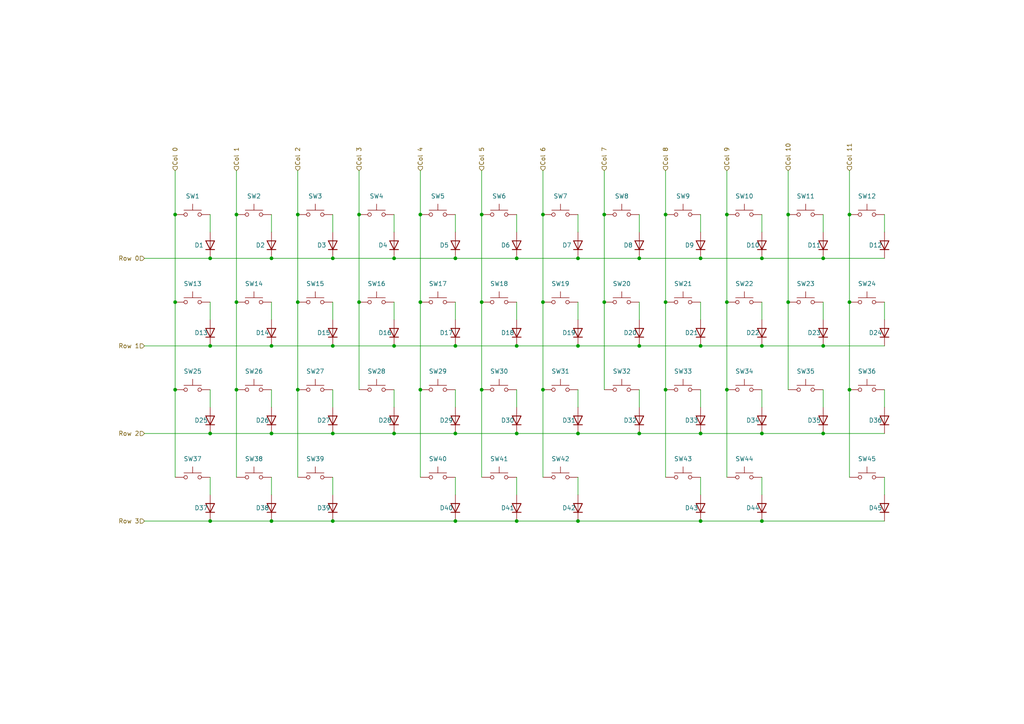
<source format=kicad_sch>
(kicad_sch (version 20250114) (generator "eeschema") (generator_version "9.0")
  (paper "A4")
  (lib_symbols
    (symbol "Device:D" (pin_numbers (hide yes)) (pin_names (offset 1.016) (hide yes))
      (property "Reference" "D" (at 0 2.54 0))
      (property "Value" "D" (at 0 -2.54 0))
      (symbol "D_0_1"
        (polyline (pts (xy -1.27 1.27) (xy -1.27 -1.27)) (stroke (width 0.254)))
        (polyline (pts (xy 1.27 1.27) (xy 1.27 -1.27) (xy -1.27 0) (xy 1.27 1.27)) (stroke (width 0.254)))
        (polyline (pts (xy 1.27 0) (xy -1.27 0)))
      )
      (symbol "D_1_1"
        (pin passive line (at -3.81 0 0) (length 2.54) (name "K") (number "1"))
        (pin passive line (at 3.81 0 180) (length 2.54) (name "A") (number "2"))
      )
    )
    (symbol "Switch:SW_Push" (pin_numbers (hide yes)) (pin_names (offset 1.016) (hide yes))
      (property "Reference" "SW" (at -1.27 6.858 0))
      (property "Value" "SW_Push" (at 0 4.826 0))
      (symbol "SW_Push_0_1"
        (circle (center -2.032 0) (radius 0.508))
        (polyline (pts (xy 0 1.27) (xy 0 3.048)))
        (circle (center 2.032 0) (radius 0.508))
        (polyline (pts (xy 2.54 1.27) (xy -2.54 1.27)))
        (pin passive line (at -5.08 0 0) (length 2.54) (name "1") (number "1"))
        (pin passive line (at 5.08 0 180) (length 2.54) (name "2") (number "2"))
      )
    )
  )
  (junction (at 68.58 113.03))
  (junction (at 50.8 113.03))
  (junction (at 157.48 113.03))
  (junction (at 149.86 100.33))
  (junction (at 203.2 125.73))
  (junction (at 167.64 100.33))
  (junction (at 78.74 151.13))
  (junction (at 238.76 74.93))
  (junction (at 139.7 87.63))
  (junction (at 121.92 87.63))
  (junction (at 132.08 100.33))
  (junction (at 228.6 87.63))
  (junction (at 104.14 62.23))
  (junction (at 167.64 125.73))
  (junction (at 132.08 74.93))
  (junction (at 203.2 74.93))
  (junction (at 78.74 125.73))
  (junction (at 167.64 74.93))
  (junction (at 220.98 100.33))
  (junction (at 185.42 74.93))
  (junction (at 68.58 62.23))
  (junction (at 246.38 113.03))
  (junction (at 139.7 62.23))
  (junction (at 220.98 74.93))
  (junction (at 175.26 62.23))
  (junction (at 175.26 87.63))
  (junction (at 114.3 125.73))
  (junction (at 50.8 62.23))
  (junction (at 246.38 87.63))
  (junction (at 139.7 113.03))
  (junction (at 114.3 74.93))
  (junction (at 157.48 62.23))
  (junction (at 96.52 100.33))
  (junction (at 60.96 74.93))
  (junction (at 193.04 62.23))
  (junction (at 220.98 151.13))
  (junction (at 185.42 100.33))
  (junction (at 167.64 151.13))
  (junction (at 78.74 74.93))
  (junction (at 121.92 113.03))
  (junction (at 60.96 125.73))
  (junction (at 220.98 125.73))
  (junction (at 114.3 100.33))
  (junction (at 60.96 151.13))
  (junction (at 104.14 87.63))
  (junction (at 228.6 62.23))
  (junction (at 121.92 62.23))
  (junction (at 149.86 74.93))
  (junction (at 185.42 125.73))
  (junction (at 132.08 151.13))
  (junction (at 203.2 151.13))
  (junction (at 86.36 62.23))
  (junction (at 193.04 87.63))
  (junction (at 96.52 125.73))
  (junction (at 96.52 151.13))
  (junction (at 96.52 74.93))
  (junction (at 149.86 125.73))
  (junction (at 78.74 100.33))
  (junction (at 203.2 100.33))
  (junction (at 210.82 87.63))
  (junction (at 68.58 87.63))
  (junction (at 210.82 62.23))
  (junction (at 149.86 151.13))
  (junction (at 50.8 87.63))
  (junction (at 157.48 87.63))
  (junction (at 238.76 100.33))
  (junction (at 246.38 62.23))
  (junction (at 86.36 113.03))
  (junction (at 60.96 100.33))
  (junction (at 132.08 125.73))
  (junction (at 238.76 125.73))
  (junction (at 86.36 87.63))
  (junction (at 210.82 113.03))
  (junction (at 193.04 113.03))
  (wire (pts (xy 203.2 74.93) (xy 220.98 74.93)))
  (wire (pts (xy 139.7 49.53) (xy 139.7 62.23)))
  (wire (pts (xy 132.08 100.33) (xy 149.86 100.33)))
  (wire (pts (xy 167.64 151.13) (xy 203.2 151.13)))
  (wire (pts (xy 220.98 125.73) (xy 238.76 125.73)))
  (wire (pts (xy 41.91 125.73) (xy 60.96 125.73)))
  (wire (pts (xy 256.54 62.23) (xy 256.54 67.31)))
  (wire (pts (xy 78.74 151.13) (xy 96.52 151.13)))
  (wire (pts (xy 78.74 100.33) (xy 96.52 100.33)))
  (wire (pts (xy 203.2 151.13) (xy 220.98 151.13)))
  (wire (pts (xy 60.96 62.23) (xy 60.96 67.31)))
  (wire (pts (xy 60.96 100.33) (xy 78.74 100.33)))
  (wire (pts (xy 86.36 62.23) (xy 86.36 87.63)))
  (wire (pts (xy 193.04 87.63) (xy 193.04 113.03)))
  (wire (pts (xy 256.54 87.63) (xy 256.54 92.71)))
  (wire (pts (xy 238.76 125.73) (xy 256.54 125.73)))
  (wire (pts (xy 256.54 138.43) (xy 256.54 143.51)))
  (wire (pts (xy 220.98 138.43) (xy 220.98 143.51)))
  (wire (pts (xy 149.86 87.63) (xy 149.86 92.71)))
  (wire (pts (xy 132.08 62.23) (xy 132.08 67.31)))
  (wire (pts (xy 60.96 74.93) (xy 78.74 74.93)))
  (wire (pts (xy 50.8 62.23) (xy 50.8 87.63)))
  (wire (pts (xy 228.6 62.23) (xy 228.6 87.63)))
  (wire (pts (xy 41.91 74.93) (xy 60.96 74.93)))
  (wire (pts (xy 86.36 87.63) (xy 86.36 113.03)))
  (wire (pts (xy 60.96 87.63) (xy 60.96 92.71)))
  (wire (pts (xy 175.26 87.63) (xy 175.26 113.03)))
  (wire (pts (xy 149.86 138.43) (xy 149.86 143.51)))
  (wire (pts (xy 167.64 125.73) (xy 185.42 125.73)))
  (wire (pts (xy 149.86 100.33) (xy 167.64 100.33)))
  (wire (pts (xy 104.14 62.23) (xy 104.14 87.63)))
  (wire (pts (xy 203.2 125.73) (xy 220.98 125.73)))
  (wire (pts (xy 193.04 62.23) (xy 193.04 87.63)))
  (wire (pts (xy 96.52 100.33) (xy 114.3 100.33)))
  (wire (pts (xy 96.52 138.43) (xy 96.52 143.51)))
  (wire (pts (xy 114.3 113.03) (xy 114.3 118.11)))
  (wire (pts (xy 193.04 113.03) (xy 193.04 138.43)))
  (wire (pts (xy 185.42 125.73) (xy 203.2 125.73)))
  (wire (pts (xy 78.74 125.73) (xy 96.52 125.73)))
  (wire (pts (xy 86.36 49.53) (xy 86.36 62.23)))
  (wire (pts (xy 185.42 62.23) (xy 185.42 67.31)))
  (wire (pts (xy 210.82 49.53) (xy 210.82 62.23)))
  (wire (pts (xy 157.48 49.53) (xy 157.48 62.23)))
  (wire (pts (xy 68.58 49.53) (xy 68.58 62.23)))
  (wire (pts (xy 149.86 62.23) (xy 149.86 67.31)))
  (wire (pts (xy 96.52 113.03) (xy 96.52 118.11)))
  (wire (pts (xy 114.3 87.63) (xy 114.3 92.71)))
  (wire (pts (xy 210.82 113.03) (xy 210.82 138.43)))
  (wire (pts (xy 60.96 138.43) (xy 60.96 143.51)))
  (wire (pts (xy 121.92 87.63) (xy 121.92 113.03)))
  (wire (pts (xy 167.64 87.63) (xy 167.64 92.71)))
  (wire (pts (xy 96.52 125.73) (xy 114.3 125.73)))
  (wire (pts (xy 175.26 62.23) (xy 175.26 87.63)))
  (wire (pts (xy 78.74 62.23) (xy 78.74 67.31)))
  (wire (pts (xy 78.74 113.03) (xy 78.74 118.11)))
  (wire (pts (xy 175.26 49.53) (xy 175.26 62.23)))
  (wire (pts (xy 203.2 113.03) (xy 203.2 118.11)))
  (wire (pts (xy 256.54 113.03) (xy 256.54 118.11)))
  (wire (pts (xy 104.14 87.63) (xy 104.14 113.03)))
  (wire (pts (xy 203.2 100.33) (xy 220.98 100.33)))
  (wire (pts (xy 41.91 151.13) (xy 60.96 151.13)))
  (wire (pts (xy 132.08 138.43) (xy 132.08 143.51)))
  (wire (pts (xy 167.64 138.43) (xy 167.64 143.51)))
  (wire (pts (xy 139.7 113.03) (xy 139.7 138.43)))
  (wire (pts (xy 114.3 125.73) (xy 132.08 125.73)))
  (wire (pts (xy 238.76 113.03) (xy 238.76 118.11)))
  (wire (pts (xy 238.76 74.93) (xy 256.54 74.93)))
  (wire (pts (xy 78.74 138.43) (xy 78.74 143.51)))
  (wire (pts (xy 228.6 49.53) (xy 228.6 62.23)))
  (wire (pts (xy 185.42 74.93) (xy 203.2 74.93)))
  (wire (pts (xy 149.86 113.03) (xy 149.86 118.11)))
  (wire (pts (xy 220.98 151.13) (xy 256.54 151.13)))
  (wire (pts (xy 157.48 87.63) (xy 157.48 113.03)))
  (wire (pts (xy 50.8 49.53) (xy 50.8 62.23)))
  (wire (pts (xy 60.96 113.03) (xy 60.96 118.11)))
  (wire (pts (xy 96.52 151.13) (xy 132.08 151.13)))
  (wire (pts (xy 114.3 74.93) (xy 132.08 74.93)))
  (wire (pts (xy 41.91 100.33) (xy 60.96 100.33)))
  (wire (pts (xy 121.92 62.23) (xy 121.92 87.63)))
  (wire (pts (xy 220.98 100.33) (xy 238.76 100.33)))
  (wire (pts (xy 139.7 87.63) (xy 139.7 113.03)))
  (wire (pts (xy 157.48 113.03) (xy 157.48 138.43)))
  (wire (pts (xy 50.8 87.63) (xy 50.8 113.03)))
  (wire (pts (xy 203.2 62.23) (xy 203.2 67.31)))
  (wire (pts (xy 149.86 74.93) (xy 167.64 74.93)))
  (wire (pts (xy 132.08 87.63) (xy 132.08 92.71)))
  (wire (pts (xy 246.38 62.23) (xy 246.38 87.63)))
  (wire (pts (xy 220.98 74.93) (xy 238.76 74.93)))
  (wire (pts (xy 96.52 74.93) (xy 114.3 74.93)))
  (wire (pts (xy 132.08 113.03) (xy 132.08 118.11)))
  (wire (pts (xy 203.2 87.63) (xy 203.2 92.71)))
  (wire (pts (xy 60.96 151.13) (xy 78.74 151.13)))
  (wire (pts (xy 167.64 100.33) (xy 185.42 100.33)))
  (wire (pts (xy 96.52 62.23) (xy 96.52 67.31)))
  (wire (pts (xy 68.58 113.03) (xy 68.58 138.43)))
  (wire (pts (xy 114.3 62.23) (xy 114.3 67.31)))
  (wire (pts (xy 121.92 113.03) (xy 121.92 138.43)))
  (wire (pts (xy 157.48 62.23) (xy 157.48 87.63)))
  (wire (pts (xy 96.52 87.63) (xy 96.52 92.71)))
  (wire (pts (xy 220.98 87.63) (xy 220.98 92.71)))
  (wire (pts (xy 246.38 49.53) (xy 246.38 62.23)))
  (wire (pts (xy 185.42 87.63) (xy 185.42 92.71)))
  (wire (pts (xy 68.58 87.63) (xy 68.58 113.03)))
  (wire (pts (xy 220.98 113.03) (xy 220.98 118.11)))
  (wire (pts (xy 185.42 100.33) (xy 203.2 100.33)))
  (wire (pts (xy 132.08 125.73) (xy 149.86 125.73)))
  (wire (pts (xy 50.8 113.03) (xy 50.8 138.43)))
  (wire (pts (xy 139.7 62.23) (xy 139.7 87.63)))
  (wire (pts (xy 203.2 138.43) (xy 203.2 143.51)))
  (wire (pts (xy 60.96 125.73) (xy 78.74 125.73)))
  (wire (pts (xy 149.86 125.73) (xy 167.64 125.73)))
  (wire (pts (xy 210.82 87.63) (xy 210.82 113.03)))
  (wire (pts (xy 68.58 62.23) (xy 68.58 87.63)))
  (wire (pts (xy 238.76 100.33) (xy 256.54 100.33)))
  (wire (pts (xy 193.04 49.53) (xy 193.04 62.23)))
  (wire (pts (xy 114.3 100.33) (xy 132.08 100.33)))
  (wire (pts (xy 228.6 87.63) (xy 228.6 113.03)))
  (wire (pts (xy 167.64 74.93) (xy 185.42 74.93)))
  (wire (pts (xy 167.64 62.23) (xy 167.64 67.31)))
  (wire (pts (xy 132.08 151.13) (xy 149.86 151.13)))
  (wire (pts (xy 132.08 74.93) (xy 149.86 74.93)))
  (wire (pts (xy 104.14 49.53) (xy 104.14 62.23)))
  (wire (pts (xy 238.76 87.63) (xy 238.76 92.71)))
  (wire (pts (xy 167.64 113.03) (xy 167.64 118.11)))
  (wire (pts (xy 220.98 62.23) (xy 220.98 67.31)))
  (wire (pts (xy 238.76 62.23) (xy 238.76 67.31)))
  (wire (pts (xy 210.82 62.23) (xy 210.82 87.63)))
  (wire (pts (xy 185.42 113.03) (xy 185.42 118.11)))
  (wire (pts (xy 246.38 113.03) (xy 246.38 138.43)))
  (wire (pts (xy 78.74 87.63) (xy 78.74 92.71)))
  (wire (pts (xy 78.74 74.93) (xy 96.52 74.93)))
  (wire (pts (xy 86.36 113.03) (xy 86.36 138.43)))
  (wire (pts (xy 121.92 49.53) (xy 121.92 62.23)))
  (wire (pts (xy 246.38 87.63) (xy 246.38 113.03)))
  (wire (pts (xy 149.86 151.13) (xy 167.64 151.13)))
  (hierarchical_label "Col 8" (shape input) (at 193.04 49.53 90))
  (hierarchical_label "Col 9" (shape input) (at 210.82 49.53 90))
  (hierarchical_label "Col 10" (shape input) (at 228.6 49.53 90))
  (hierarchical_label "Col 5" (shape input) (at 139.7 49.53 90))
  (hierarchical_label "Col 1" (shape input) (at 68.58 49.53 90))
  (hierarchical_label "Col 2" (shape input) (at 86.36 49.53 90))
  (hierarchical_label "Row 1" (shape input) (at 41.91 100.33 180))
  (hierarchical_label "Col 11" (shape input) (at 246.38 49.53 90))
  (hierarchical_label "Row 2" (shape input) (at 41.91 125.73 180))
  (hierarchical_label "Row 0" (shape input) (at 41.91 74.93 180))
  (hierarchical_label "Col 6" (shape input) (at 157.48 49.53 90))
  (hierarchical_label "Col 3" (shape input) (at 104.14 49.53 90))
  (hierarchical_label "Col 0" (shape input) (at 50.8 49.53 90))
  (hierarchical_label "Col 7" (shape input) (at 175.26 49.53 90))
  (hierarchical_label "Col 4" (shape input) (at 121.92 49.53 90))
  (hierarchical_label "Row 3" (shape input) (at 41.91 151.13 180))
  (symbol (lib_id "Device:D") (at 78.74 71.12 90) (unit 1)
    (property "Reference" "D2" (at 74.168 71.12 90) (effects (justify right)))
    (property "Value" "D" (effects (hide yes)))
    (property "Footprint" "Diode_SMD:D_0805_2012Metric_Pad1.15x1.40mm_HandSolder" (effects (hide yes)))
    (property "Description" "Diode" (effects (hide yes)))
    (property "Sim.Device" "D" (effects (hide yes)))
    (property "Sim.Pins" "1=K 2=A" (effects (hide yes)))
  )
  (symbol (lib_id "Switch:SW_Push") (at 162.56 113.03 0) (unit 1)
    (property "Reference" "SW31" (at 162.56 107.696 0))
    (property "Value" "SW_Push" (effects (hide yes)))
    (property "Footprint" "PCM_Switch_Keyboard_Hotswap_Kailh:SW_Hotswap_Kailh_MX_1.00u" (effects (hide yes)))
  )
  (symbol (lib_id "Switch:SW_Push") (at 55.88 113.03 0) (unit 1)
    (property "Reference" "SW25" (at 55.88 107.696 0))
    (property "Value" "SW_Push" (effects (hide yes)))
    (property "Footprint" "PCM_Switch_Keyboard_Hotswap_Kailh:SW_Hotswap_Kailh_MX_2.00u" (effects (hide yes)))
  )
  (symbol (lib_id "Device:D") (at 60.96 121.92 90) (unit 1)
    (property "Reference" "D25" (at 56.388 121.92 90) (effects (justify right)))
    (property "Value" "D" (effects (hide yes)))
    (property "Footprint" "Diode_SMD:D_0805_2012Metric_Pad1.15x1.40mm_HandSolder" (effects (hide yes)))
    (property "Description" "Diode" (effects (hide yes)))
    (property "Sim.Device" "D" (effects (hide yes)))
    (property "Sim.Pins" "1=K 2=A" (effects (hide yes)))
  )
  (symbol (lib_id "Switch:SW_Push") (at 251.46 87.63 0) (unit 1)
    (property "Reference" "SW24" (at 251.46 82.296 0))
    (property "Value" "SW_Push" (effects (hide yes)))
    (property "Footprint" "PCM_Switch_Keyboard_Hotswap_Kailh:SW_Hotswap_Kailh_MX_1.50u" (effects (hide yes)))
  )
  (symbol (lib_id "Switch:SW_Push") (at 73.66 113.03 0) (unit 1)
    (property "Reference" "SW26" (at 73.66 107.696 0))
    (property "Value" "SW_Push" (effects (hide yes)))
    (property "Footprint" "PCM_Switch_Keyboard_Hotswap_Kailh:SW_Hotswap_Kailh_MX_1.00u" (effects (hide yes)))
  )
  (symbol (lib_id "Switch:SW_Push") (at 127 62.23 0) (unit 1)
    (property "Reference" "SW5" (at 127 56.896 0))
    (property "Value" "SW_Push" (effects (hide yes)))
    (property "Footprint" "PCM_Switch_Keyboard_Hotswap_Kailh:SW_Hotswap_Kailh_MX_1.00u" (effects (hide yes)))
  )
  (symbol (lib_id "Switch:SW_Push") (at 233.68 87.63 0) (unit 1)
    (property "Reference" "SW23" (at 233.68 82.296 0))
    (property "Value" "SW_Push" (effects (hide yes)))
    (property "Footprint" "PCM_Switch_Keyboard_Hotswap_Kailh:SW_Hotswap_Kailh_MX_1.00u" (effects (hide yes)))
  )
  (symbol (lib_id "Switch:SW_Push") (at 198.12 138.43 0) (unit 1)
    (property "Reference" "SW43" (at 198.12 133.096 0))
    (property "Value" "SW_Push" (effects (hide yes)))
    (property "Footprint" "PCM_Switch_Keyboard_Hotswap_Kailh:SW_Hotswap_Kailh_MX_1.50u" (effects (hide yes)))
  )
  (symbol (lib_id "Device:D") (at 96.52 147.32 90) (unit 1)
    (property "Reference" "D39" (at 91.948 147.32 90) (effects (justify right)))
    (property "Value" "D" (effects (hide yes)))
    (property "Footprint" "Diode_SMD:D_0805_2012Metric_Pad1.15x1.40mm_HandSolder" (effects (hide yes)))
    (property "Description" "Diode" (effects (hide yes)))
    (property "Sim.Device" "D" (effects (hide yes)))
    (property "Sim.Pins" "1=K 2=A" (effects (hide yes)))
  )
  (symbol (lib_id "Switch:SW_Push") (at 55.88 138.43 0) (unit 1)
    (property "Reference" "SW37" (at 55.88 133.096 0))
    (property "Value" "SW_Push" (effects (hide yes)))
    (property "Footprint" "PCM_Switch_Keyboard_Hotswap_Kailh:SW_Hotswap_Kailh_MX_1.50u" (effects (hide yes)))
  )
  (symbol (lib_id "Device:D") (at 167.64 96.52 90) (unit 1)
    (property "Reference" "D19" (at 163.068 96.52 90) (effects (justify right)))
    (property "Value" "D" (effects (hide yes)))
    (property "Footprint" "Diode_SMD:D_0805_2012Metric_Pad1.15x1.40mm_HandSolder" (effects (hide yes)))
    (property "Description" "Diode" (effects (hide yes)))
    (property "Sim.Device" "D" (effects (hide yes)))
    (property "Sim.Pins" "1=K 2=A" (effects (hide yes)))
  )
  (symbol (lib_id "Device:D") (at 203.2 121.92 90) (unit 1)
    (property "Reference" "D33" (at 198.628 121.92 90) (effects (justify right)))
    (property "Value" "D" (effects (hide yes)))
    (property "Footprint" "Diode_SMD:D_0805_2012Metric_Pad1.15x1.40mm_HandSolder" (effects (hide yes)))
    (property "Description" "Diode" (effects (hide yes)))
    (property "Sim.Device" "D" (effects (hide yes)))
    (property "Sim.Pins" "1=K 2=A" (effects (hide yes)))
  )
  (symbol (lib_id "Switch:SW_Push") (at 251.46 62.23 0) (unit 1)
    (property "Reference" "SW12" (at 251.46 56.896 0))
    (property "Value" "SW_Push" (effects (hide yes)))
    (property "Footprint" "PCM_Switch_Keyboard_Hotswap_Kailh:SW_Hotswap_Kailh_MX_2.00u" (effects (hide yes)))
  )
  (symbol (lib_id "Device:D") (at 78.74 147.32 90) (unit 1)
    (property "Reference" "D38" (at 74.168 147.32 90) (effects (justify right)))
    (property "Value" "D" (effects (hide yes)))
    (property "Footprint" "Diode_SMD:D_0805_2012Metric_Pad1.15x1.40mm_HandSolder" (effects (hide yes)))
    (property "Description" "Diode" (effects (hide yes)))
    (property "Sim.Device" "D" (effects (hide yes)))
    (property "Sim.Pins" "1=K 2=A" (effects (hide yes)))
  )
  (symbol (lib_id "Device:D") (at 114.3 96.52 90) (unit 1)
    (property "Reference" "D16" (at 109.728 96.52 90) (effects (justify right)))
    (property "Value" "D" (effects (hide yes)))
    (property "Footprint" "Diode_SMD:D_0805_2012Metric_Pad1.15x1.40mm_HandSolder" (effects (hide yes)))
    (property "Description" "Diode" (effects (hide yes)))
    (property "Sim.Device" "D" (effects (hide yes)))
    (property "Sim.Pins" "1=K 2=A" (effects (hide yes)))
  )
  (symbol (lib_id "Device:D") (at 238.76 121.92 90) (unit 1)
    (property "Reference" "D35" (at 234.188 121.92 90) (effects (justify right)))
    (property "Value" "D" (effects (hide yes)))
    (property "Footprint" "Diode_SMD:D_0805_2012Metric_Pad1.15x1.40mm_HandSolder" (effects (hide yes)))
    (property "Description" "Diode" (effects (hide yes)))
    (property "Sim.Device" "D" (effects (hide yes)))
    (property "Sim.Pins" "1=K 2=A" (effects (hide yes)))
  )
  (symbol (lib_id "Switch:SW_Push") (at 55.88 62.23 0) (unit 1)
    (property "Reference" "SW1" (at 55.88 56.896 0))
    (property "Value" "SW_Push" (effects (hide yes)))
    (property "Footprint" "PCM_Switch_Keyboard_Hotswap_Kailh:SW_Hotswap_Kailh_MX_1.00u" (effects (hide yes)))
  )
  (symbol (lib_id "Device:D") (at 256.54 121.92 90) (unit 1)
    (property "Reference" "D36" (at 251.968 121.92 90) (effects (justify right)))
    (property "Value" "D" (effects (hide yes)))
    (property "Footprint" "Diode_SMD:D_0805_2012Metric_Pad1.15x1.40mm_HandSolder" (effects (hide yes)))
    (property "Description" "Diode" (effects (hide yes)))
    (property "Sim.Device" "D" (effects (hide yes)))
    (property "Sim.Pins" "1=K 2=A" (effects (hide yes)))
  )
  (symbol (lib_id "Device:D") (at 114.3 121.92 90) (unit 1)
    (property "Reference" "D28" (at 109.728 121.92 90) (effects (justify right)))
    (property "Value" "D" (effects (hide yes)))
    (property "Footprint" "Diode_SMD:D_0805_2012Metric_Pad1.15x1.40mm_HandSolder" (effects (hide yes)))
    (property "Description" "Diode" (effects (hide yes)))
    (property "Sim.Device" "D" (effects (hide yes)))
    (property "Sim.Pins" "1=K 2=A" (effects (hide yes)))
  )
  (symbol (lib_id "Device:D") (at 220.98 96.52 90) (unit 1)
    (property "Reference" "D22" (at 216.408 96.52 90) (effects (justify right)))
    (property "Value" "D" (effects (hide yes)))
    (property "Footprint" "Diode_SMD:D_0805_2012Metric_Pad1.15x1.40mm_HandSolder" (effects (hide yes)))
    (property "Description" "Diode" (effects (hide yes)))
    (property "Sim.Device" "D" (effects (hide yes)))
    (property "Sim.Pins" "1=K 2=A" (effects (hide yes)))
  )
  (symbol (lib_id "Device:D") (at 167.64 71.12 90) (unit 1)
    (property "Reference" "D7" (at 163.068 71.12 90) (effects (justify right)))
    (property "Value" "D" (effects (hide yes)))
    (property "Footprint" "Diode_SMD:D_0805_2012Metric_Pad1.15x1.40mm_HandSolder" (effects (hide yes)))
    (property "Description" "Diode" (effects (hide yes)))
    (property "Sim.Device" "D" (effects (hide yes)))
    (property "Sim.Pins" "1=K 2=A" (effects (hide yes)))
  )
  (symbol (lib_id "Device:D") (at 167.64 147.32 90) (unit 1)
    (property "Reference" "D42" (at 163.068 147.32 90) (effects (justify right)))
    (property "Value" "D" (effects (hide yes)))
    (property "Footprint" "Diode_SMD:D_0805_2012Metric_Pad1.15x1.40mm_HandSolder" (effects (hide yes)))
    (property "Description" "Diode" (effects (hide yes)))
    (property "Sim.Device" "D" (effects (hide yes)))
    (property "Sim.Pins" "1=K 2=A" (effects (hide yes)))
  )
  (symbol (lib_id "Switch:SW_Push") (at 127 138.43 0) (unit 1)
    (property "Reference" "SW40" (at 127 133.096 0))
    (property "Value" "SW_Push" (effects (hide yes)))
    (property "Footprint" "PCM_Switch_Keyboard_Hotswap_Kailh:SW_Hotswap_Kailh_MX_1.50u" (effects (hide yes)))
  )
  (symbol (lib_id "Switch:SW_Push") (at 215.9 62.23 0) (unit 1)
    (property "Reference" "SW10" (at 215.9 56.896 0))
    (property "Value" "SW_Push" (effects (hide yes)))
    (property "Footprint" "PCM_Switch_Keyboard_Hotswap_Kailh:SW_Hotswap_Kailh_MX_1.00u" (effects (hide yes)))
  )
  (symbol (lib_id "Device:D") (at 149.86 147.32 90) (unit 1)
    (property "Reference" "D41" (at 145.288 147.32 90) (effects (justify right)))
    (property "Value" "D" (effects (hide yes)))
    (property "Footprint" "Diode_SMD:D_0805_2012Metric_Pad1.15x1.40mm_HandSolder" (effects (hide yes)))
    (property "Description" "Diode" (effects (hide yes)))
    (property "Sim.Device" "D" (effects (hide yes)))
    (property "Sim.Pins" "1=K 2=A" (effects (hide yes)))
  )
  (symbol (lib_id "Switch:SW_Push") (at 233.68 62.23 0) (unit 1)
    (property "Reference" "SW11" (at 233.68 56.896 0))
    (property "Value" "SW_Push" (effects (hide yes)))
    (property "Footprint" "PCM_Switch_Keyboard_Hotswap_Kailh:SW_Hotswap_Kailh_MX_1.00u" (effects (hide yes)))
  )
  (symbol (lib_id "Switch:SW_Push") (at 215.9 87.63 0) (unit 1)
    (property "Reference" "SW22" (at 215.9 82.296 0))
    (property "Value" "SW_Push" (effects (hide yes)))
    (property "Footprint" "PCM_Switch_Keyboard_Hotswap_Kailh:SW_Hotswap_Kailh_MX_1.00u" (effects (hide yes)))
  )
  (symbol (lib_id "Device:D") (at 203.2 71.12 90) (unit 1)
    (property "Reference" "D9" (at 198.628 71.12 90) (effects (justify right)))
    (property "Value" "D" (effects (hide yes)))
    (property "Footprint" "Diode_SMD:D_0805_2012Metric_Pad1.15x1.40mm_HandSolder" (effects (hide yes)))
    (property "Description" "Diode" (effects (hide yes)))
    (property "Sim.Device" "D" (effects (hide yes)))
    (property "Sim.Pins" "1=K 2=A" (effects (hide yes)))
  )
  (symbol (lib_id "Switch:SW_Push") (at 162.56 138.43 0) (unit 1)
    (property "Reference" "SW42" (at 162.56 133.096 0))
    (property "Value" "SW_Push" (effects (hide yes)))
    (property "Footprint" "PCM_Switch_Keyboard_Hotswap_Kailh:SW_Hotswap_Kailh_MX_1.50u" (effects (hide yes)))
  )
  (symbol (lib_id "Switch:SW_Push") (at 215.9 113.03 0) (unit 1)
    (property "Reference" "SW34" (at 215.9 107.696 0))
    (property "Value" "SW_Push" (effects (hide yes)))
    (property "Footprint" "PCM_Switch_Keyboard_Hotswap_Kailh:SW_Hotswap_Kailh_MX_1.00u" (effects (hide yes)))
  )
  (symbol (lib_id "Device:D") (at 60.96 71.12 90) (unit 1)
    (property "Reference" "D1" (at 56.388 71.12 90) (effects (justify right)))
    (property "Value" "D" (effects (hide yes)))
    (property "Footprint" "Diode_SMD:D_0805_2012Metric_Pad1.15x1.40mm_HandSolder" (effects (hide yes)))
    (property "Description" "Diode" (effects (hide yes)))
    (property "Sim.Device" "D" (effects (hide yes)))
    (property "Sim.Pins" "1=K 2=A" (effects (hide yes)))
  )
  (symbol (lib_id "Device:D") (at 203.2 96.52 90) (unit 1)
    (property "Reference" "D21" (at 198.628 96.52 90) (effects (justify right)))
    (property "Value" "D" (effects (hide yes)))
    (property "Footprint" "Diode_SMD:D_0805_2012Metric_Pad1.15x1.40mm_HandSolder" (effects (hide yes)))
    (property "Description" "Diode" (effects (hide yes)))
    (property "Sim.Device" "D" (effects (hide yes)))
    (property "Sim.Pins" "1=K 2=A" (effects (hide yes)))
  )
  (symbol (lib_id "Device:D") (at 60.96 147.32 90) (unit 1)
    (property "Reference" "D37" (at 56.388 147.32 90) (effects (justify right)))
    (property "Value" "D" (effects (hide yes)))
    (property "Footprint" "Diode_SMD:D_0805_2012Metric_Pad1.15x1.40mm_HandSolder" (effects (hide yes)))
    (property "Description" "Diode" (effects (hide yes)))
    (property "Sim.Device" "D" (effects (hide yes)))
    (property "Sim.Pins" "1=K 2=A" (effects (hide yes)))
  )
  (symbol (lib_id "Switch:SW_Push") (at 180.34 62.23 0) (unit 1)
    (property "Reference" "SW8" (at 180.34 56.896 0))
    (property "Value" "SW_Push" (effects (hide yes)))
    (property "Footprint" "PCM_Switch_Keyboard_Hotswap_Kailh:SW_Hotswap_Kailh_MX_1.00u" (effects (hide yes)))
  )
  (symbol (lib_id "Switch:SW_Push") (at 91.44 113.03 0) (unit 1)
    (property "Reference" "SW27" (at 91.44 107.696 0))
    (property "Value" "SW_Push" (effects (hide yes)))
    (property "Footprint" "PCM_Switch_Keyboard_Hotswap_Kailh:SW_Hotswap_Kailh_MX_1.00u" (effects (hide yes)))
  )
  (symbol (lib_id "Switch:SW_Push") (at 91.44 138.43 0) (unit 1)
    (property "Reference" "SW39" (at 91.44 133.096 0))
    (property "Value" "SW_Push" (effects (hide yes)))
    (property "Footprint" "PCM_Switch_Keyboard_Hotswap_Kailh:SW_Hotswap_Kailh_MX_1.50u" (effects (hide yes)))
  )
  (symbol (lib_id "Device:D") (at 203.2 147.32 90) (unit 1)
    (property "Reference" "D43" (at 198.628 147.32 90) (effects (justify right)))
    (property "Value" "D" (effects (hide yes)))
    (property "Footprint" "Diode_SMD:D_0805_2012Metric_Pad1.15x1.40mm_HandSolder" (effects (hide yes)))
    (property "Description" "Diode" (effects (hide yes)))
    (property "Sim.Device" "D" (effects (hide yes)))
    (property "Sim.Pins" "1=K 2=A" (effects (hide yes)))
  )
  (symbol (lib_id "Device:D") (at 238.76 71.12 90) (unit 1)
    (property "Reference" "D11" (at 234.188 71.12 90) (effects (justify right)))
    (property "Value" "D" (effects (hide yes)))
    (property "Footprint" "Diode_SMD:D_0805_2012Metric_Pad1.15x1.40mm_HandSolder" (effects (hide yes)))
    (property "Description" "Diode" (effects (hide yes)))
    (property "Sim.Device" "D" (effects (hide yes)))
    (property "Sim.Pins" "1=K 2=A" (effects (hide yes)))
  )
  (symbol (lib_id "Device:D") (at 78.74 96.52 90) (unit 1)
    (property "Reference" "D14" (at 74.168 96.52 90) (effects (justify right)))
    (property "Value" "D" (effects (hide yes)))
    (property "Footprint" "Diode_SMD:D_0805_2012Metric_Pad1.15x1.40mm_HandSolder" (effects (hide yes)))
    (property "Description" "Diode" (effects (hide yes)))
    (property "Sim.Device" "D" (effects (hide yes)))
    (property "Sim.Pins" "1=K 2=A" (effects (hide yes)))
  )
  (symbol (lib_id "Switch:SW_Push") (at 198.12 113.03 0) (unit 1)
    (property "Reference" "SW33" (at 198.12 107.696 0))
    (property "Value" "SW_Push" (effects (hide yes)))
    (property "Footprint" "PCM_Switch_Keyboard_Hotswap_Kailh:SW_Hotswap_Kailh_MX_1.00u" (effects (hide yes)))
  )
  (symbol (lib_id "Switch:SW_Push") (at 144.78 87.63 0) (unit 1)
    (property "Reference" "SW18" (at 144.78 82.296 0))
    (property "Value" "SW_Push" (effects (hide yes)))
    (property "Footprint" "PCM_Switch_Keyboard_Hotswap_Kailh:SW_Hotswap_Kailh_MX_1.00u" (effects (hide yes)))
  )
  (symbol (lib_id "Switch:SW_Push") (at 109.22 62.23 0) (unit 1)
    (property "Reference" "SW4" (at 109.22 56.896 0))
    (property "Value" "SW_Push" (effects (hide yes)))
    (property "Footprint" "PCM_Switch_Keyboard_Hotswap_Kailh:SW_Hotswap_Kailh_MX_1.00u" (effects (hide yes)))
  )
  (symbol (lib_id "Device:D") (at 132.08 147.32 90) (unit 1)
    (property "Reference" "D40" (at 127.508 147.32 90) (effects (justify right)))
    (property "Value" "D" (effects (hide yes)))
    (property "Footprint" "Diode_SMD:D_0805_2012Metric_Pad1.15x1.40mm_HandSolder" (effects (hide yes)))
    (property "Description" "Diode" (effects (hide yes)))
    (property "Sim.Device" "D" (effects (hide yes)))
    (property "Sim.Pins" "1=K 2=A" (effects (hide yes)))
  )
  (symbol (lib_id "Switch:SW_Push") (at 180.34 113.03 0) (unit 1)
    (property "Reference" "SW32" (at 180.34 107.696 0))
    (property "Value" "SW_Push" (effects (hide yes)))
    (property "Footprint" "PCM_Switch_Keyboard_Hotswap_Kailh:SW_Hotswap_Kailh_MX_1.00u" (effects (hide yes)))
  )
  (symbol (lib_id "Device:D") (at 238.76 96.52 90) (unit 1)
    (property "Reference" "D23" (at 234.188 96.52 90) (effects (justify right)))
    (property "Value" "D" (effects (hide yes)))
    (property "Footprint" "Diode_SMD:D_0805_2012Metric_Pad1.15x1.40mm_HandSolder" (effects (hide yes)))
    (property "Description" "Diode" (effects (hide yes)))
    (property "Sim.Device" "D" (effects (hide yes)))
    (property "Sim.Pins" "1=K 2=A" (effects (hide yes)))
  )
  (symbol (lib_id "Device:D") (at 132.08 71.12 90) (unit 1)
    (property "Reference" "D5" (at 127.508 71.12 90) (effects (justify right)))
    (property "Value" "D" (effects (hide yes)))
    (property "Footprint" "Diode_SMD:D_0805_2012Metric_Pad1.15x1.40mm_HandSolder" (effects (hide yes)))
    (property "Description" "Diode" (effects (hide yes)))
    (property "Sim.Device" "D" (effects (hide yes)))
    (property "Sim.Pins" "1=K 2=A" (effects (hide yes)))
  )
  (symbol (lib_id "Switch:SW_Push") (at 162.56 87.63 0) (unit 1)
    (property "Reference" "SW19" (at 162.56 82.296 0))
    (property "Value" "SW_Push" (effects (hide yes)))
    (property "Footprint" "PCM_Switch_Keyboard_Hotswap_Kailh:SW_Hotswap_Kailh_MX_1.00u" (effects (hide yes)))
  )
  (symbol (lib_id "Switch:SW_Push") (at 109.22 87.63 0) (unit 1)
    (property "Reference" "SW16" (at 109.22 82.296 0))
    (property "Value" "SW_Push" (effects (hide yes)))
    (property "Footprint" "PCM_Switch_Keyboard_Hotswap_Kailh:SW_Hotswap_Kailh_MX_1.00u" (effects (hide yes)))
  )
  (symbol (lib_id "Switch:SW_Push") (at 55.88 87.63 0) (unit 1)
    (property "Reference" "SW13" (at 55.88 82.296 0))
    (property "Value" "SW_Push" (effects (hide yes)))
    (property "Footprint" "PCM_Switch_Keyboard_Hotswap_Kailh:SW_Hotswap_Kailh_MX_1.50u" (effects (hide yes)))
  )
  (symbol (lib_id "Switch:SW_Push") (at 91.44 62.23 0) (unit 1)
    (property "Reference" "SW3" (at 91.44 56.896 0))
    (property "Value" "SW_Push" (effects (hide yes)))
    (property "Footprint" "PCM_Switch_Keyboard_Hotswap_Kailh:SW_Hotswap_Kailh_MX_1.00u" (effects (hide yes)))
  )
  (symbol (lib_id "Switch:SW_Push") (at 127 87.63 0) (unit 1)
    (property "Reference" "SW17" (at 127 82.296 0))
    (property "Value" "SW_Push" (effects (hide yes)))
    (property "Footprint" "PCM_Switch_Keyboard_Hotswap_Kailh:SW_Hotswap_Kailh_MX_1.00u" (effects (hide yes)))
  )
  (symbol (lib_id "Switch:SW_Push") (at 127 113.03 0) (unit 1)
    (property "Reference" "SW29" (at 127 107.696 0))
    (property "Value" "SW_Push" (effects (hide yes)))
    (property "Footprint" "PCM_Switch_Keyboard_Hotswap_Kailh:SW_Hotswap_Kailh_MX_1.00u" (effects (hide yes)))
  )
  (symbol (lib_id "Device:D") (at 114.3 71.12 90) (unit 1)
    (property "Reference" "D4" (at 109.728 71.12 90) (effects (justify right)))
    (property "Value" "D" (effects (hide yes)))
    (property "Footprint" "Diode_SMD:D_0805_2012Metric_Pad1.15x1.40mm_HandSolder" (effects (hide yes)))
    (property "Description" "Diode" (effects (hide yes)))
    (property "Sim.Device" "D" (effects (hide yes)))
    (property "Sim.Pins" "1=K 2=A" (effects (hide yes)))
  )
  (symbol (lib_id "Device:D") (at 256.54 71.12 90) (unit 1)
    (property "Reference" "D12" (at 251.968 71.12 90) (effects (justify right)))
    (property "Value" "D" (effects (hide yes)))
    (property "Footprint" "Diode_SMD:D_0805_2012Metric_Pad1.15x1.40mm_HandSolder" (effects (hide yes)))
    (property "Description" "Diode" (effects (hide yes)))
    (property "Sim.Device" "D" (effects (hide yes)))
    (property "Sim.Pins" "1=K 2=A" (effects (hide yes)))
  )
  (symbol (lib_id "Device:D") (at 149.86 96.52 90) (unit 1)
    (property "Reference" "D18" (at 145.288 96.52 90) (effects (justify right)))
    (property "Value" "D" (effects (hide yes)))
    (property "Footprint" "Diode_SMD:D_0805_2012Metric_Pad1.15x1.40mm_HandSolder" (effects (hide yes)))
    (property "Description" "Diode" (effects (hide yes)))
    (property "Sim.Device" "D" (effects (hide yes)))
    (property "Sim.Pins" "1=K 2=A" (effects (hide yes)))
  )
  (symbol (lib_id "Switch:SW_Push") (at 251.46 138.43 0) (unit 1)
    (property "Reference" "SW45" (at 251.46 133.096 0))
    (property "Value" "SW_Push" (effects (hide yes)))
    (property "Footprint" "PCM_Switch_Keyboard_Hotswap_Kailh:SW_Hotswap_Kailh_MX_1.50u" (effects (hide yes)))
  )
  (symbol (lib_id "Switch:SW_Push") (at 215.9 138.43 0) (unit 1)
    (property "Reference" "SW44" (at 215.9 133.096 0))
    (property "Value" "SW_Push" (effects (hide yes)))
    (property "Footprint" "PCM_Switch_Keyboard_Hotswap_Kailh:SW_Hotswap_Kailh_MX_1.50u" (effects (hide yes)))
  )
  (symbol (lib_id "Switch:SW_Push") (at 144.78 138.43 0) (unit 1)
    (property "Reference" "SW41" (at 144.78 133.096 0))
    (property "Value" "SW_Push" (effects (hide yes)))
    (property "Footprint" "PCM_Switch_Keyboard_Hotswap_Kailh:SW_Hotswap_Kailh_MX_1.00u" (effects (hide yes)))
  )
  (symbol (lib_id "Device:D") (at 256.54 147.32 90) (unit 1)
    (property "Reference" "D45" (at 251.968 147.32 90) (effects (justify right)))
    (property "Value" "D" (effects (hide yes)))
    (property "Footprint" "Diode_SMD:D_0805_2012Metric_Pad1.15x1.40mm_HandSolder" (effects (hide yes)))
    (property "Description" "Diode" (effects (hide yes)))
    (property "Sim.Device" "D" (effects (hide yes)))
    (property "Sim.Pins" "1=K 2=A" (effects (hide yes)))
  )
  (symbol (lib_id "Device:D") (at 256.54 96.52 90) (unit 1)
    (property "Reference" "D24" (at 251.968 96.52 90) (effects (justify right)))
    (property "Value" "D" (effects (hide yes)))
    (property "Footprint" "Diode_SMD:D_0805_2012Metric_Pad1.15x1.40mm_HandSolder" (effects (hide yes)))
    (property "Description" "Diode" (effects (hide yes)))
    (property "Sim.Device" "D" (effects (hide yes)))
    (property "Sim.Pins" "1=K 2=A" (effects (hide yes)))
  )
  (symbol (lib_id "Switch:SW_Push") (at 73.66 138.43 0) (unit 1)
    (property "Reference" "SW38" (at 73.66 133.096 0))
    (property "Value" "SW_Push" (effects (hide yes)))
    (property "Footprint" "PCM_Switch_Keyboard_Hotswap_Kailh:SW_Hotswap_Kailh_MX_1.50u" (effects (hide yes)))
  )
  (symbol (lib_id "Device:D") (at 220.98 147.32 90) (unit 1)
    (property "Reference" "D44" (at 216.408 147.32 90) (effects (justify right)))
    (property "Value" "D" (effects (hide yes)))
    (property "Footprint" "Diode_SMD:D_0805_2012Metric_Pad1.15x1.40mm_HandSolder" (effects (hide yes)))
    (property "Description" "Diode" (effects (hide yes)))
    (property "Sim.Device" "D" (effects (hide yes)))
    (property "Sim.Pins" "1=K 2=A" (effects (hide yes)))
  )
  (symbol (lib_id "Switch:SW_Push") (at 198.12 62.23 0) (unit 1)
    (property "Reference" "SW9" (at 198.12 56.896 0))
    (property "Value" "SW_Push" (effects (hide yes)))
    (property "Footprint" "PCM_Switch_Keyboard_Hotswap_Kailh:SW_Hotswap_Kailh_MX_1.00u" (effects (hide yes)))
  )
  (symbol (lib_id "Switch:SW_Push") (at 144.78 62.23 0) (unit 1)
    (property "Reference" "SW6" (at 144.78 56.896 0))
    (property "Value" "SW_Push" (effects (hide yes)))
    (property "Footprint" "PCM_Switch_Keyboard_Hotswap_Kailh:SW_Hotswap_Kailh_MX_1.00u" (effects (hide yes)))
  )
  (symbol (lib_id "Device:D") (at 220.98 71.12 90) (unit 1)
    (property "Reference" "D10" (at 216.408 71.12 90) (effects (justify right)))
    (property "Value" "D" (effects (hide yes)))
    (property "Footprint" "Diode_SMD:D_0805_2012Metric_Pad1.15x1.40mm_HandSolder" (effects (hide yes)))
    (property "Description" "Diode" (effects (hide yes)))
    (property "Sim.Device" "D" (effects (hide yes)))
    (property "Sim.Pins" "1=K 2=A" (effects (hide yes)))
  )
  (symbol (lib_id "Device:D") (at 132.08 96.52 90) (unit 1)
    (property "Reference" "D17" (at 127.508 96.52 90) (effects (justify right)))
    (property "Value" "D" (effects (hide yes)))
    (property "Footprint" "Diode_SMD:D_0805_2012Metric_Pad1.15x1.40mm_HandSolder" (effects (hide yes)))
    (property "Description" "Diode" (effects (hide yes)))
    (property "Sim.Device" "D" (effects (hide yes)))
    (property "Sim.Pins" "1=K 2=A" (effects (hide yes)))
  )
  (symbol (lib_id "Device:D") (at 185.42 121.92 90) (unit 1)
    (property "Reference" "D32" (at 180.848 121.92 90) (effects (justify right)))
    (property "Value" "D" (effects (hide yes)))
    (property "Footprint" "Diode_SMD:D_0805_2012Metric_Pad1.15x1.40mm_HandSolder" (effects (hide yes)))
    (property "Description" "Diode" (effects (hide yes)))
    (property "Sim.Device" "D" (effects (hide yes)))
    (property "Sim.Pins" "1=K 2=A" (effects (hide yes)))
  )
  (symbol (lib_id "Device:D") (at 96.52 121.92 90) (unit 1)
    (property "Reference" "D27" (at 91.948 121.92 90) (effects (justify right)))
    (property "Value" "D" (effects (hide yes)))
    (property "Footprint" "Diode_SMD:D_0805_2012Metric_Pad1.15x1.40mm_HandSolder" (effects (hide yes)))
    (property "Description" "Diode" (effects (hide yes)))
    (property "Sim.Device" "D" (effects (hide yes)))
    (property "Sim.Pins" "1=K 2=A" (effects (hide yes)))
  )
  (symbol (lib_id "Device:D") (at 60.96 96.52 90) (unit 1)
    (property "Reference" "D13" (at 56.388 96.52 90) (effects (justify right)))
    (property "Value" "D" (effects (hide yes)))
    (property "Footprint" "Diode_SMD:D_0805_2012Metric_Pad1.15x1.40mm_HandSolder" (effects (hide yes)))
    (property "Description" "Diode" (effects (hide yes)))
    (property "Sim.Device" "D" (effects (hide yes)))
    (property "Sim.Pins" "1=K 2=A" (effects (hide yes)))
  )
  (symbol (lib_id "Device:D") (at 185.42 71.12 90) (unit 1)
    (property "Reference" "D8" (at 180.848 71.12 90) (effects (justify right)))
    (property "Value" "D" (effects (hide yes)))
    (property "Footprint" "Diode_SMD:D_0805_2012Metric_Pad1.15x1.40mm_HandSolder" (effects (hide yes)))
    (property "Description" "Diode" (effects (hide yes)))
    (property "Sim.Device" "D" (effects (hide yes)))
    (property "Sim.Pins" "1=K 2=A" (effects (hide yes)))
  )
  (symbol (lib_id "Switch:SW_Push") (at 73.66 62.23 0) (unit 1)
    (property "Reference" "SW2" (at 73.66 56.896 0))
    (property "Value" "SW_Push" (effects (hide yes)))
    (property "Footprint" "PCM_Switch_Keyboard_Hotswap_Kailh:SW_Hotswap_Kailh_MX_1.00u" (effects (hide yes)))
  )
  (symbol (lib_id "Switch:SW_Push") (at 251.46 113.03 0) (unit 1)
    (property "Reference" "SW36" (at 251.46 107.696 0))
    (property "Value" "SW_Push" (effects (hide yes)))
    (property "Footprint" "PCM_Switch_Keyboard_Hotswap_Kailh:SW_Hotswap_Kailh_MX_1.00u" (effects (hide yes)))
  )
  (symbol (lib_id "Switch:SW_Push") (at 91.44 87.63 0) (unit 1)
    (property "Reference" "SW15" (at 91.44 82.296 0))
    (property "Value" "SW_Push" (effects (hide yes)))
    (property "Footprint" "PCM_Switch_Keyboard_Hotswap_Kailh:SW_Hotswap_Kailh_MX_1.00u" (effects (hide yes)))
  )
  (symbol (lib_id "Device:D") (at 185.42 96.52 90) (unit 1)
    (property "Reference" "D20" (at 180.848 96.52 90) (effects (justify right)))
    (property "Value" "D" (effects (hide yes)))
    (property "Footprint" "Diode_SMD:D_0805_2012Metric_Pad1.15x1.40mm_HandSolder" (effects (hide yes)))
    (property "Description" "Diode" (effects (hide yes)))
    (property "Sim.Device" "D" (effects (hide yes)))
    (property "Sim.Pins" "1=K 2=A" (effects (hide yes)))
  )
  (symbol (lib_id "Switch:SW_Push") (at 162.56 62.23 0) (unit 1)
    (property "Reference" "SW7" (at 162.56 56.896 0))
    (property "Value" "SW_Push" (effects (hide yes)))
    (property "Footprint" "PCM_Switch_Keyboard_Hotswap_Kailh:SW_Hotswap_Kailh_MX_1.00u" (effects (hide yes)))
  )
  (symbol (lib_id "Device:D") (at 149.86 71.12 90) (unit 1)
    (property "Reference" "D6" (at 145.288 71.12 90) (effects (justify right)))
    (property "Value" "D" (effects (hide yes)))
    (property "Footprint" "Diode_SMD:D_0805_2012Metric_Pad1.15x1.40mm_HandSolder" (effects (hide yes)))
    (property "Description" "Diode" (effects (hide yes)))
    (property "Sim.Device" "D" (effects (hide yes)))
    (property "Sim.Pins" "1=K 2=A" (effects (hide yes)))
  )
  (symbol (lib_id "Switch:SW_Push") (at 109.22 113.03 0) (unit 1)
    (property "Reference" "SW28" (at 109.22 107.696 0))
    (property "Value" "SW_Push" (effects (hide yes)))
    (property "Footprint" "PCM_Switch_Keyboard_Hotswap_Kailh:SW_Hotswap_Kailh_MX_1.00u" (effects (hide yes)))
  )
  (symbol (lib_id "Device:D") (at 149.86 121.92 90) (unit 1)
    (property "Reference" "D30" (at 145.288 121.92 90) (effects (justify right)))
    (property "Value" "D" (effects (hide yes)))
    (property "Footprint" "Diode_SMD:D_0805_2012Metric_Pad1.15x1.40mm_HandSolder" (effects (hide yes)))
    (property "Description" "Diode" (effects (hide yes)))
    (property "Sim.Device" "D" (effects (hide yes)))
    (property "Sim.Pins" "1=K 2=A" (effects (hide yes)))
  )
  (symbol (lib_id "Device:D") (at 96.52 96.52 90) (unit 1)
    (property "Reference" "D15" (at 91.948 96.52 90) (effects (justify right)))
    (property "Value" "D" (effects (hide yes)))
    (property "Footprint" "Diode_SMD:D_0805_2012Metric_Pad1.15x1.40mm_HandSolder" (effects (hide yes)))
    (property "Description" "Diode" (effects (hide yes)))
    (property "Sim.Device" "D" (effects (hide yes)))
    (property "Sim.Pins" "1=K 2=A" (effects (hide yes)))
  )
  (symbol (lib_id "Device:D") (at 96.52 71.12 90) (unit 1)
    (property "Reference" "D3" (at 91.948 71.12 90) (effects (justify right)))
    (property "Value" "D" (effects (hide yes)))
    (property "Footprint" "Diode_SMD:D_0805_2012Metric_Pad1.15x1.40mm_HandSolder" (effects (hide yes)))
    (property "Description" "Diode" (effects (hide yes)))
    (property "Sim.Device" "D" (effects (hide yes)))
    (property "Sim.Pins" "1=K 2=A" (effects (hide yes)))
  )
  (symbol (lib_id "Switch:SW_Push") (at 73.66 87.63 0) (unit 1)
    (property "Reference" "SW14" (at 73.66 82.296 0))
    (property "Value" "SW_Push" (effects (hide yes)))
    (property "Footprint" "PCM_Switch_Keyboard_Hotswap_Kailh:SW_Hotswap_Kailh_MX_1.00u" (effects (hide yes)))
  )
  (symbol (lib_id "Device:D") (at 220.98 121.92 90) (unit 1)
    (property "Reference" "D34" (at 216.408 121.92 90) (effects (justify right)))
    (property "Value" "D" (effects (hide yes)))
    (property "Footprint" "Diode_SMD:D_0805_2012Metric_Pad1.15x1.40mm_HandSolder" (effects (hide yes)))
    (property "Description" "Diode" (effects (hide yes)))
    (property "Sim.Device" "D" (effects (hide yes)))
    (property "Sim.Pins" "1=K 2=A" (effects (hide yes)))
  )
  (symbol (lib_id "Device:D") (at 78.74 121.92 90) (unit 1)
    (property "Reference" "D26" (at 74.168 121.92 90) (effects (justify right)))
    (property "Value" "D" (effects (hide yes)))
    (property "Footprint" "Diode_SMD:D_0805_2012Metric_Pad1.15x1.40mm_HandSolder" (effects (hide yes)))
    (property "Description" "Diode" (effects (hide yes)))
    (property "Sim.Device" "D" (effects (hide yes)))
    (property "Sim.Pins" "1=K 2=A" (effects (hide yes)))
  )
  (symbol (lib_id "Device:D") (at 132.08 121.92 90) (unit 1)
    (property "Reference" "D29" (at 127.508 121.92 90) (effects (justify right)))
    (property "Value" "D" (effects (hide yes)))
    (property "Footprint" "Diode_SMD:D_0805_2012Metric_Pad1.15x1.40mm_HandSolder" (effects (hide yes)))
    (property "Description" "Diode" (effects (hide yes)))
    (property "Sim.Device" "D" (effects (hide yes)))
    (property "Sim.Pins" "1=K 2=A" (effects (hide yes)))
  )
  (symbol (lib_id "Switch:SW_Push") (at 144.78 113.03 0) (unit 1)
    (property "Reference" "SW30" (at 144.78 107.696 0))
    (property "Value" "SW_Push" (effects (hide yes)))
    (property "Footprint" "PCM_Switch_Keyboard_Hotswap_Kailh:SW_Hotswap_Kailh_MX_1.00u" (effects (hide yes)))
  )
  (symbol (lib_id "Device:D") (at 167.64 121.92 90) (unit 1)
    (property "Reference" "D31" (at 163.068 121.92 90) (effects (justify right)))
    (property "Value" "D" (effects (hide yes)))
    (property "Footprint" "Diode_SMD:D_0805_2012Metric_Pad1.15x1.40mm_HandSolder" (effects (hide yes)))
    (property "Description" "Diode" (effects (hide yes)))
    (property "Sim.Device" "D" (effects (hide yes)))
    (property "Sim.Pins" "1=K 2=A" (effects (hide yes)))
  )
  (symbol (lib_id "Switch:SW_Push") (at 233.68 113.03 0) (unit 1)
    (property "Reference" "SW35" (at 233.68 107.696 0))
    (property "Value" "SW_Push" (effects (hide yes)))
    (property "Footprint" "PCM_Switch_Keyboard_Hotswap_Kailh:SW_Hotswap_Kailh_MX_1.00u" (effects (hide yes)))
  )
  (symbol (lib_id "Switch:SW_Push") (at 180.34 87.63 0) (unit 1)
    (property "Reference" "SW20" (at 180.34 82.296 0))
    (property "Value" "SW_Push" (effects (hide yes)))
    (property "Footprint" "PCM_Switch_Keyboard_Hotswap_Kailh:SW_Hotswap_Kailh_MX_1.00u" (effects (hide yes)))
  )
  (symbol (lib_id "Switch:SW_Push") (at 198.12 87.63 0) (unit 1)
    (property "Reference" "SW21" (at 198.12 82.296 0))
    (property "Value" "SW_Push" (effects (hide yes)))
    (property "Footprint" "PCM_Switch_Keyboard_Hotswap_Kailh:SW_Hotswap_Kailh_MX_1.00u" (effects (hide yes)))
  )
)
</source>
